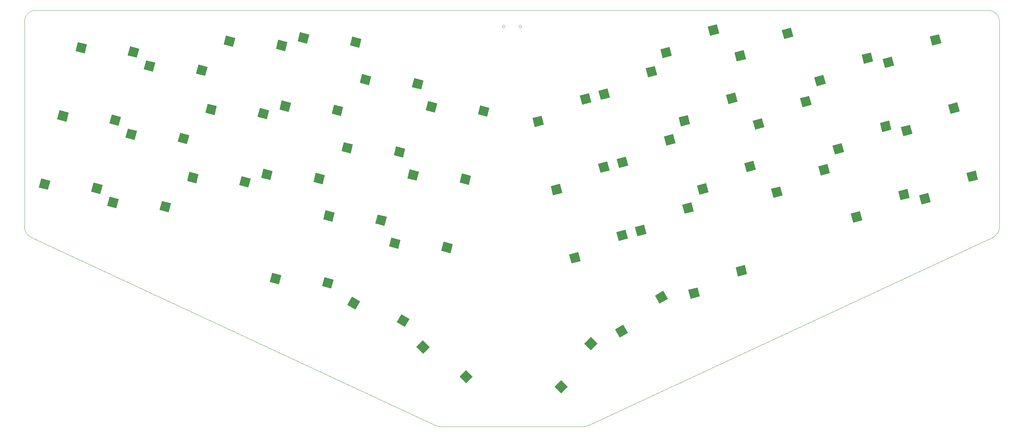
<source format=gbr>
%TF.GenerationSoftware,KiCad,Pcbnew,(5.1.6)-1*%
%TF.CreationDate,2020-07-11T10:23:58-05:00*%
%TF.ProjectId,ErgoChoco,4572676f-4368-46f6-936f-2e6b69636164,v1.0*%
%TF.SameCoordinates,Original*%
%TF.FileFunction,Paste,Bot*%
%TF.FilePolarity,Positive*%
%FSLAX46Y46*%
G04 Gerber Fmt 4.6, Leading zero omitted, Abs format (unit mm)*
G04 Created by KiCad (PCBNEW (5.1.6)-1) date 2020-07-11 10:23:58*
%MOMM*%
%LPD*%
G01*
G04 APERTURE LIST*
%TA.AperFunction,Profile*%
%ADD10C,0.050000*%
%TD*%
%TA.AperFunction,Profile*%
%ADD11C,0.001000*%
%TD*%
%ADD12C,0.150000*%
G04 APERTURE END LIST*
D10*
X276431250Y-49500000D02*
G75*
G02*
X279431250Y-52500000I0J-3000000D01*
G01*
X279431245Y-107828643D02*
G75*
G02*
X277699100Y-110547560I-2999995J3D01*
G01*
X169034025Y-161218923D02*
G75*
G02*
X167766170Y-161500000I-1267855J2718923D01*
G01*
X129096333Y-161499995D02*
G75*
G02*
X127828480Y-161218920I-3J2999995D01*
G01*
X19163395Y-110547563D02*
G75*
G02*
X17431250Y-107828640I1267855J2718923D01*
G01*
X17431250Y-52500000D02*
G75*
G02*
X20431250Y-49500000I3000000J0D01*
G01*
X17431250Y-107828640D02*
X17431250Y-52500000D01*
X127828480Y-161218920D02*
X19163400Y-110547560D01*
X167766170Y-161500000D02*
X129096330Y-161500000D01*
X277699100Y-110547560D02*
X169034020Y-161218920D01*
X279431250Y-52500000D02*
X279431250Y-107828640D01*
X20431250Y-49500000D02*
X276431250Y-49500000D01*
D11*
%TO.C,J1*%
X150330750Y-53924500D02*
X150330750Y-53850000D01*
X150981750Y-53775500D02*
X150981750Y-53850000D01*
X150331250Y-53850000D02*
X150331250Y-53775000D01*
X150981250Y-53850000D02*
X150981250Y-53925000D01*
X145880750Y-53924500D02*
X145880750Y-53850000D01*
X146531750Y-53775500D02*
X146531750Y-53850000D01*
X145881250Y-53850000D02*
X145881250Y-53775000D01*
X146531250Y-53850000D02*
X146531250Y-53925000D01*
X150656250Y-54250000D02*
G75*
G02*
X150330750Y-53924500I0J325500D01*
G01*
X150656250Y-53450000D02*
G75*
G02*
X150981750Y-53775500I0J-325500D01*
G01*
X150331250Y-53775000D02*
G75*
G02*
X150656250Y-53450000I325000J0D01*
G01*
X150981250Y-53925000D02*
G75*
G02*
X150656250Y-54250000I-325000J0D01*
G01*
X146206250Y-54250000D02*
G75*
G02*
X145880750Y-53924500I0J325500D01*
G01*
X146206250Y-53450000D02*
G75*
G02*
X146531750Y-53775500I0J-325500D01*
G01*
X145881250Y-53775000D02*
G75*
G02*
X146206250Y-53450000I325000J0D01*
G01*
X146531250Y-53925000D02*
G75*
G02*
X146206250Y-54250000I-325000J0D01*
G01*
%TD*%
D12*
%TO.C,MX40*%
G36*
X161630544Y-152545121D02*
G01*
X159862777Y-150777354D01*
X161665900Y-148974231D01*
X163433667Y-150741998D01*
X161630544Y-152545121D01*
G37*
G36*
X169627921Y-140955641D02*
G01*
X167860154Y-139187874D01*
X169663277Y-137384751D01*
X171431044Y-139152518D01*
X169627921Y-140955641D01*
G37*
%TD*%
%TO.C,MX15*%
G36*
X66029922Y-77047289D02*
G01*
X66676969Y-74632474D01*
X69140080Y-75292463D01*
X68493033Y-77707278D01*
X66029922Y-77047289D01*
G37*
G36*
X80065395Y-78178482D02*
G01*
X80712442Y-75763667D01*
X83175553Y-76423656D01*
X82528506Y-78838471D01*
X80065395Y-78178482D01*
G37*
%TD*%
%TO.C,MX1*%
G36*
X31139922Y-60457289D02*
G01*
X31786969Y-58042474D01*
X34250080Y-58702463D01*
X33603033Y-61117278D01*
X31139922Y-60457289D01*
G37*
G36*
X45175395Y-61588482D02*
G01*
X45822442Y-59173667D01*
X48285553Y-59833656D01*
X47638506Y-62248471D01*
X45175395Y-61588482D01*
G37*
%TD*%
%TO.C,MX2*%
G36*
X49489922Y-65367289D02*
G01*
X50136969Y-62952474D01*
X52600080Y-63612463D01*
X51953033Y-66027278D01*
X49489922Y-65367289D01*
G37*
G36*
X63525395Y-66498482D02*
G01*
X64172442Y-64083667D01*
X66635553Y-64743656D01*
X65988506Y-67158471D01*
X63525395Y-66498482D01*
G37*
%TD*%
%TO.C,MX3*%
G36*
X70949922Y-58697289D02*
G01*
X71596969Y-56282474D01*
X74060080Y-56942463D01*
X73413033Y-59357278D01*
X70949922Y-58697289D01*
G37*
G36*
X84985395Y-59828482D02*
G01*
X85632442Y-57413667D01*
X88095553Y-58073656D01*
X87448506Y-60488471D01*
X84985395Y-59828482D01*
G37*
%TD*%
%TO.C,MX4*%
G36*
X90849922Y-57817289D02*
G01*
X91496969Y-55402474D01*
X93960080Y-56062463D01*
X93313033Y-58477278D01*
X90849922Y-57817289D01*
G37*
G36*
X104885395Y-58948482D02*
G01*
X105532442Y-56533667D01*
X107995553Y-57193656D01*
X107348506Y-59608471D01*
X104885395Y-58948482D01*
G37*
%TD*%
%TO.C,MX5*%
G36*
X107519922Y-69017289D02*
G01*
X108166969Y-66602474D01*
X110630080Y-67262463D01*
X109983033Y-69677278D01*
X107519922Y-69017289D01*
G37*
G36*
X121555395Y-70148482D02*
G01*
X122202442Y-67733667D01*
X124665553Y-68393656D01*
X124018506Y-70808471D01*
X121555395Y-70148482D01*
G37*
%TD*%
%TO.C,MX6*%
G36*
X125229922Y-76347289D02*
G01*
X125876969Y-73932474D01*
X128340080Y-74592463D01*
X127693033Y-77007278D01*
X125229922Y-76347289D01*
G37*
G36*
X139265395Y-77478482D02*
G01*
X139912442Y-75063667D01*
X142375553Y-75723656D01*
X141728506Y-78138471D01*
X139265395Y-77478482D01*
G37*
%TD*%
%TO.C,MX7*%
G36*
X154562168Y-80920622D02*
G01*
X153915121Y-78505807D01*
X156378232Y-77845818D01*
X157025279Y-80260633D01*
X154562168Y-80920622D01*
G37*
G36*
X167282841Y-74882527D02*
G01*
X166635794Y-72467712D01*
X169098905Y-71807723D01*
X169745952Y-74222538D01*
X167282841Y-74882527D01*
G37*
%TD*%
%TO.C,MX8*%
G36*
X172272168Y-73590622D02*
G01*
X171625121Y-71175807D01*
X174088232Y-70515818D01*
X174735279Y-72930633D01*
X172272168Y-73590622D01*
G37*
G36*
X184992841Y-67552527D02*
G01*
X184345794Y-65137712D01*
X186808905Y-64477723D01*
X187455952Y-66892538D01*
X184992841Y-67552527D01*
G37*
%TD*%
%TO.C,MX9*%
G36*
X188942168Y-62390622D02*
G01*
X188295121Y-59975807D01*
X190758232Y-59315818D01*
X191405279Y-61730633D01*
X188942168Y-62390622D01*
G37*
G36*
X201662841Y-56352527D02*
G01*
X201015794Y-53937712D01*
X203478905Y-53277723D01*
X204125952Y-55692538D01*
X201662841Y-56352527D01*
G37*
%TD*%
%TO.C,MX10*%
G36*
X208842168Y-63270622D02*
G01*
X208195121Y-60855807D01*
X210658232Y-60195818D01*
X211305279Y-62610633D01*
X208842168Y-63270622D01*
G37*
G36*
X221562841Y-57232527D02*
G01*
X220915794Y-54817712D01*
X223378905Y-54157723D01*
X224025952Y-56572538D01*
X221562841Y-57232527D01*
G37*
%TD*%
%TO.C,MX11*%
G36*
X230302168Y-69940622D02*
G01*
X229655121Y-67525807D01*
X232118232Y-66865818D01*
X232765279Y-69280633D01*
X230302168Y-69940622D01*
G37*
G36*
X243022841Y-63902527D02*
G01*
X242375794Y-61487712D01*
X244838905Y-60827723D01*
X245485952Y-63242538D01*
X243022841Y-63902527D01*
G37*
%TD*%
%TO.C,MX12*%
G36*
X248652168Y-65030622D02*
G01*
X248005121Y-62615807D01*
X250468232Y-61955818D01*
X251115279Y-64370633D01*
X248652168Y-65030622D01*
G37*
G36*
X261372841Y-58992527D02*
G01*
X260725794Y-56577712D01*
X263188905Y-55917723D01*
X263835952Y-58332538D01*
X261372841Y-58992527D01*
G37*
%TD*%
%TO.C,MX13*%
G36*
X26219922Y-78807289D02*
G01*
X26866969Y-76392474D01*
X29330080Y-77052463D01*
X28683033Y-79467278D01*
X26219922Y-78807289D01*
G37*
G36*
X40255395Y-79938482D02*
G01*
X40902442Y-77523667D01*
X43365553Y-78183656D01*
X42718506Y-80598471D01*
X40255395Y-79938482D01*
G37*
%TD*%
%TO.C,MX14*%
G36*
X44569922Y-83727289D02*
G01*
X45216969Y-81312474D01*
X47680080Y-81972463D01*
X47033033Y-84387278D01*
X44569922Y-83727289D01*
G37*
G36*
X58605395Y-84858482D02*
G01*
X59252442Y-82443667D01*
X61715553Y-83103656D01*
X61068506Y-85518471D01*
X58605395Y-84858482D01*
G37*
%TD*%
%TO.C,MX16*%
G36*
X85939922Y-76177289D02*
G01*
X86586969Y-73762474D01*
X89050080Y-74422463D01*
X88403033Y-76837278D01*
X85939922Y-76177289D01*
G37*
G36*
X99975395Y-77308482D02*
G01*
X100622442Y-74893667D01*
X103085553Y-75553656D01*
X102438506Y-77968471D01*
X99975395Y-77308482D01*
G37*
%TD*%
%TO.C,MX17*%
G36*
X102609922Y-87367289D02*
G01*
X103256969Y-84952474D01*
X105720080Y-85612463D01*
X105073033Y-88027278D01*
X102609922Y-87367289D01*
G37*
G36*
X116645395Y-88498482D02*
G01*
X117292442Y-86083667D01*
X119755553Y-86743656D01*
X119108506Y-89158471D01*
X116645395Y-88498482D01*
G37*
%TD*%
%TO.C,MX18*%
G36*
X120309922Y-94697289D02*
G01*
X120956969Y-92282474D01*
X123420080Y-92942463D01*
X122773033Y-95357278D01*
X120309922Y-94697289D01*
G37*
G36*
X134345395Y-95828482D02*
G01*
X134992442Y-93413667D01*
X137455553Y-94073656D01*
X136808506Y-96488471D01*
X134345395Y-95828482D01*
G37*
%TD*%
%TO.C,MX19*%
G36*
X159482168Y-99270622D02*
G01*
X158835121Y-96855807D01*
X161298232Y-96195818D01*
X161945279Y-98610633D01*
X159482168Y-99270622D01*
G37*
G36*
X172202841Y-93232527D02*
G01*
X171555794Y-90817712D01*
X174018905Y-90157723D01*
X174665952Y-92572538D01*
X172202841Y-93232527D01*
G37*
%TD*%
%TO.C,MX20*%
G36*
X177182168Y-91940622D02*
G01*
X176535121Y-89525807D01*
X178998232Y-88865818D01*
X179645279Y-91280633D01*
X177182168Y-91940622D01*
G37*
G36*
X189902841Y-85902527D02*
G01*
X189255794Y-83487712D01*
X191718905Y-82827723D01*
X192365952Y-85242538D01*
X189902841Y-85902527D01*
G37*
%TD*%
%TO.C,MX21*%
G36*
X193852168Y-80750622D02*
G01*
X193205121Y-78335807D01*
X195668232Y-77675818D01*
X196315279Y-80090633D01*
X193852168Y-80750622D01*
G37*
G36*
X206572841Y-74712527D02*
G01*
X205925794Y-72297712D01*
X208388905Y-71637723D01*
X209035952Y-74052538D01*
X206572841Y-74712527D01*
G37*
%TD*%
%TO.C,MX22*%
G36*
X213762168Y-81620622D02*
G01*
X213115121Y-79205807D01*
X215578232Y-78545818D01*
X216225279Y-80960633D01*
X213762168Y-81620622D01*
G37*
G36*
X226482841Y-75582527D02*
G01*
X225835794Y-73167712D01*
X228298905Y-72507723D01*
X228945952Y-74922538D01*
X226482841Y-75582527D01*
G37*
%TD*%
%TO.C,MX23*%
G36*
X235222168Y-88300622D02*
G01*
X234575121Y-85885807D01*
X237038232Y-85225818D01*
X237685279Y-87640633D01*
X235222168Y-88300622D01*
G37*
G36*
X247942841Y-82262527D02*
G01*
X247295794Y-79847712D01*
X249758905Y-79187723D01*
X250405952Y-81602538D01*
X247942841Y-82262527D01*
G37*
%TD*%
%TO.C,MX24*%
G36*
X253572168Y-83380622D02*
G01*
X252925121Y-80965807D01*
X255388232Y-80305818D01*
X256035279Y-82720633D01*
X253572168Y-83380622D01*
G37*
G36*
X266292841Y-77342527D02*
G01*
X265645794Y-74927712D01*
X268108905Y-74267723D01*
X268755952Y-76682538D01*
X266292841Y-77342527D01*
G37*
%TD*%
%TO.C,MX25*%
G36*
X21299922Y-97157289D02*
G01*
X21946969Y-94742474D01*
X24410080Y-95402463D01*
X23763033Y-97817278D01*
X21299922Y-97157289D01*
G37*
G36*
X35335395Y-98288482D02*
G01*
X35982442Y-95873667D01*
X38445553Y-96533656D01*
X37798506Y-98948471D01*
X35335395Y-98288482D01*
G37*
%TD*%
%TO.C,MX26*%
G36*
X39659922Y-102077289D02*
G01*
X40306969Y-99662474D01*
X42770080Y-100322463D01*
X42123033Y-102737278D01*
X39659922Y-102077289D01*
G37*
G36*
X53695395Y-103208482D02*
G01*
X54342442Y-100793667D01*
X56805553Y-101453656D01*
X56158506Y-103868471D01*
X53695395Y-103208482D01*
G37*
%TD*%
%TO.C,MX27*%
G36*
X61109922Y-95407289D02*
G01*
X61756969Y-92992474D01*
X64220080Y-93652463D01*
X63573033Y-96067278D01*
X61109922Y-95407289D01*
G37*
G36*
X75145395Y-96538482D02*
G01*
X75792442Y-94123667D01*
X78255553Y-94783656D01*
X77608506Y-97198471D01*
X75145395Y-96538482D01*
G37*
%TD*%
%TO.C,MX28*%
G36*
X81019922Y-94527289D02*
G01*
X81666969Y-92112474D01*
X84130080Y-92772463D01*
X83483033Y-95187278D01*
X81019922Y-94527289D01*
G37*
G36*
X95055395Y-95658482D02*
G01*
X95702442Y-93243667D01*
X98165553Y-93903656D01*
X97518506Y-96318471D01*
X95055395Y-95658482D01*
G37*
%TD*%
%TO.C,MX29*%
G36*
X97689922Y-105717289D02*
G01*
X98336969Y-103302474D01*
X100800080Y-103962463D01*
X100153033Y-106377278D01*
X97689922Y-105717289D01*
G37*
G36*
X111725395Y-106848482D02*
G01*
X112372442Y-104433667D01*
X114835553Y-105093656D01*
X114188506Y-107508471D01*
X111725395Y-106848482D01*
G37*
%TD*%
%TO.C,MX30*%
G36*
X115389922Y-113057289D02*
G01*
X116036969Y-110642474D01*
X118500080Y-111302463D01*
X117853033Y-113717278D01*
X115389922Y-113057289D01*
G37*
G36*
X129425395Y-114188482D02*
G01*
X130072442Y-111773667D01*
X132535553Y-112433656D01*
X131888506Y-114848471D01*
X129425395Y-114188482D01*
G37*
%TD*%
%TO.C,MX31*%
G36*
X164402168Y-117630622D02*
G01*
X163755121Y-115215807D01*
X166218232Y-114555818D01*
X166865279Y-116970633D01*
X164402168Y-117630622D01*
G37*
G36*
X177122841Y-111592527D02*
G01*
X176475794Y-109177712D01*
X178938905Y-108517723D01*
X179585952Y-110932538D01*
X177122841Y-111592527D01*
G37*
%TD*%
%TO.C,MX32*%
G36*
X182102168Y-110290622D02*
G01*
X181455121Y-107875807D01*
X183918232Y-107215818D01*
X184565279Y-109630633D01*
X182102168Y-110290622D01*
G37*
G36*
X194822841Y-104252527D02*
G01*
X194175794Y-101837712D01*
X196638905Y-101177723D01*
X197285952Y-103592538D01*
X194822841Y-104252527D01*
G37*
%TD*%
%TO.C,MX33*%
G36*
X198772168Y-99100622D02*
G01*
X198125121Y-96685807D01*
X200588232Y-96025818D01*
X201235279Y-98440633D01*
X198772168Y-99100622D01*
G37*
G36*
X211492841Y-93062527D02*
G01*
X210845794Y-90647712D01*
X213308905Y-89987723D01*
X213955952Y-92402538D01*
X211492841Y-93062527D01*
G37*
%TD*%
%TO.C,MX34*%
G36*
X218682168Y-99980622D02*
G01*
X218035121Y-97565807D01*
X220498232Y-96905818D01*
X221145279Y-99320633D01*
X218682168Y-99980622D01*
G37*
G36*
X231402841Y-93942527D02*
G01*
X230755794Y-91527712D01*
X233218905Y-90867723D01*
X233865952Y-93282538D01*
X231402841Y-93942527D01*
G37*
%TD*%
%TO.C,MX35*%
G36*
X240132168Y-106650622D02*
G01*
X239485121Y-104235807D01*
X241948232Y-103575818D01*
X242595279Y-105990633D01*
X240132168Y-106650622D01*
G37*
G36*
X252852841Y-100612527D02*
G01*
X252205794Y-98197712D01*
X254668905Y-97537723D01*
X255315952Y-99952538D01*
X252852841Y-100612527D01*
G37*
%TD*%
%TO.C,MX36*%
G36*
X258492168Y-101730622D02*
G01*
X257845121Y-99315807D01*
X260308232Y-98655818D01*
X260955279Y-101070633D01*
X258492168Y-101730622D01*
G37*
G36*
X271212841Y-95692527D02*
G01*
X270565794Y-93277712D01*
X273028905Y-92617723D01*
X273675952Y-95032538D01*
X271212841Y-95692527D01*
G37*
%TD*%
%TO.C,MX37*%
G36*
X83339922Y-122577289D02*
G01*
X83986969Y-120162474D01*
X86450080Y-120822463D01*
X85803033Y-123237278D01*
X83339922Y-122577289D01*
G37*
G36*
X97375395Y-123708482D02*
G01*
X98022442Y-121293667D01*
X100485553Y-121953656D01*
X99838506Y-124368471D01*
X97375395Y-123708482D01*
G37*
%TD*%
%TO.C,MX38*%
G36*
X104183666Y-128725327D02*
G01*
X105433666Y-126560263D01*
X107642030Y-127835263D01*
X106392030Y-130000327D01*
X104183666Y-128725327D01*
G37*
G36*
X117448118Y-133450623D02*
G01*
X118698118Y-131285559D01*
X120906482Y-132560559D01*
X119656482Y-134725623D01*
X117448118Y-133450623D01*
G37*
%TD*%
%TO.C,MX39*%
G36*
X122734879Y-140050544D02*
G01*
X124502646Y-138282777D01*
X126305769Y-140085900D01*
X124538002Y-141853667D01*
X122734879Y-140050544D01*
G37*
G36*
X134324359Y-148047921D02*
G01*
X136092126Y-146280154D01*
X137895249Y-148083277D01*
X136127482Y-149851044D01*
X134324359Y-148047921D01*
G37*
%TD*%
%TO.C,MX41*%
G36*
X177373666Y-137560327D02*
G01*
X176123666Y-135395263D01*
X178332030Y-134120263D01*
X179582030Y-136285327D01*
X177373666Y-137560327D01*
G37*
G36*
X188098118Y-128435623D02*
G01*
X186848118Y-126270559D01*
X189056482Y-124995559D01*
X190306482Y-127160623D01*
X188098118Y-128435623D01*
G37*
%TD*%
%TO.C,MX42*%
G36*
X196452168Y-127150622D02*
G01*
X195805121Y-124735807D01*
X198268232Y-124075818D01*
X198915279Y-126490633D01*
X196452168Y-127150622D01*
G37*
G36*
X209172841Y-121112527D02*
G01*
X208525794Y-118697712D01*
X210988905Y-118037723D01*
X211635952Y-120452538D01*
X209172841Y-121112527D01*
G37*
%TD*%
M02*

</source>
